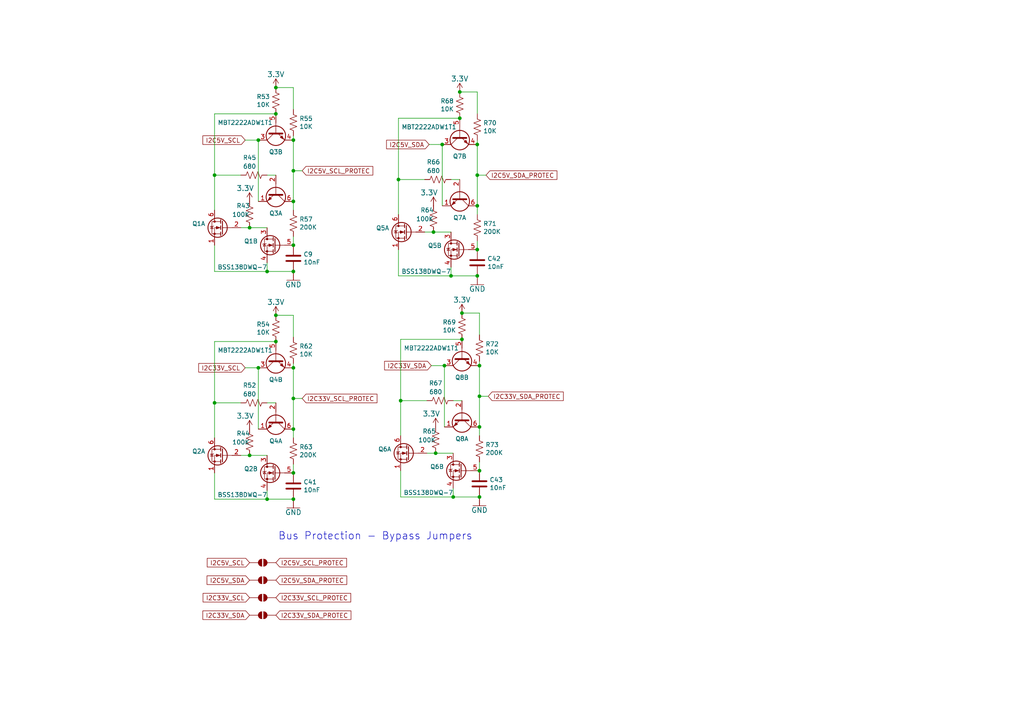
<source format=kicad_sch>
(kicad_sch (version 20231120) (generator "eeschema") (generator_version "8.0")
  (paper "A4")
  (lib_symbols
    (symbol "Device:C" (pin_numbers hide) (pin_names (offset 0.254))
      (property "Reference" "C" (at 0.635 2.54 0))
      (property "Value" "C" (at 0.635 -2.54 0))
      (symbol "C_0_1"
        (polyline (pts (xy -2.032 -0.762) (xy 2.032 -0.762)) (stroke (width 0.508)))
        (polyline (pts (xy -2.032 0.762) (xy 2.032 0.762)) (stroke (width 0.508)))
      )
      (symbol "C_1_1"
        (pin passive line (at 0 3.81 270) (length 2.794) (name "~") (number "1"))
        (pin passive line (at 0 -3.81 90) (length 2.794) (name "~") (number "2"))
      )
    )
    (symbol "Device:R_US" (pin_numbers hide) (pin_names (offset 0))
      (property "Reference" "R" (at 2.54 0 90))
      (property "Value" "R_US" (at -2.54 0 90))
      (symbol "R_US_0_1"
        (polyline (pts (xy 0 -2.286) (xy 0 -2.54)))
        (polyline (pts (xy 0 2.286) (xy 0 2.54)))
        (polyline (pts (xy 0 -0.762) (xy 1.016 -1.143) (xy 0 -1.524) (xy -1.016 -1.905) (xy 0 -2.286)))
        (polyline (pts (xy 0 0.762) (xy 1.016 0.381) (xy 0 0) (xy -1.016 -0.381) (xy 0 -0.762)))
        (polyline (pts (xy 0 2.286) (xy 1.016 1.905) (xy 0 1.524) (xy -1.016 1.143) (xy 0 0.762)))
      )
      (symbol "R_US_1_1"
        (pin passive line (at 0 3.81 270) (length 1.27) (name "~") (number "1"))
        (pin passive line (at 0 -3.81 90) (length 1.27) (name "~") (number "2"))
      )
    )
    (symbol "Jumper:SolderJumper_2_Open" (pin_numbers hide) (pin_names (offset 0) hide) (exclude_from_sim yes) (in_bom no)
      (property "Reference" "JP" (at 0 2.032 0))
      (property "Value" "SolderJumper_2_Open" (at 0 -2.54 0))
      (symbol "SolderJumper_2_Open_0_1"
        (arc (start -0.254 1.016) (mid -1.2656 0) (end -0.254 -1.016))
        (arc (start -0.254 1.016) (mid -1.2656 0) (end -0.254 -1.016) (fill (type outline)))
        (polyline (pts (xy -0.254 1.016) (xy -0.254 -1.016)))
        (polyline (pts (xy 0.254 1.016) (xy 0.254 -1.016)))
        (arc (start 0.254 -1.016) (mid 1.2656 0) (end 0.254 1.016))
        (arc (start 0.254 -1.016) (mid 1.2656 0) (end 0.254 1.016) (fill (type outline)))
      )
      (symbol "SolderJumper_2_Open_1_1"
        (pin passive line (at -3.81 0 0) (length 2.54) (name "A") (number "1"))
        (pin passive line (at 3.81 0 180) (length 2.54) (name "B") (number "2"))
      )
    )
    (symbol "Transistor_BJT:MBT2222ADW1T1" (pin_names (offset 0) hide)
      (property "Reference" "Q" (at 5.08 1.27 0))
      (property "Value" "MBT2222ADW1T1" (at 5.08 -1.27 0))
      (symbol "MBT2222ADW1T1_0_1"
        (polyline (pts (xy 0.635 0) (xy -2.54 0)))
        (polyline (pts (xy 0.635 0.635) (xy 2.54 2.54)))
        (polyline (pts (xy 0.635 -0.635) (xy 2.54 -2.54) (xy 2.54 -2.54)))
        (polyline (pts (xy 0.635 1.905) (xy 0.635 -1.905) (xy 0.635 -1.905)) (stroke (width 0.508)))
        (polyline (pts (xy 1.27 -1.778) (xy 1.778 -1.27) (xy 2.286 -2.286) (xy 1.27 -1.778) (xy 1.27 -1.778)) (fill (type outline)))
        (circle (center 1.27 0) (radius 2.8194) (stroke (width 0.254)))
      )
      (symbol "MBT2222ADW1T1_1_1"
        (pin passive line (at 2.54 -5.08 90) (length 2.54) (name "E1") (number "1"))
        (pin input line (at -5.08 0 0) (length 2.54) (name "B1") (number "2"))
        (pin passive line (at 2.54 5.08 270) (length 2.54) (name "C1") (number "6"))
      )
      (symbol "MBT2222ADW1T1_2_1"
        (pin passive line (at 2.54 5.08 270) (length 2.54) (name "C2") (number "3"))
        (pin passive line (at 2.54 -5.08 90) (length 2.54) (name "E2") (number "4"))
        (pin input line (at -5.08 0 0) (length 2.54) (name "B2") (number "5"))
      )
    )
    (symbol "mainboard:3.3V" (power) (pin_names (offset 1.016))
      (property "Value" "3.3V" (at -1.016 3.556 0))
      (symbol "3.3V_1_0"
        (polyline (pts (xy 0 2.54) (xy -0.762 1.27)))
        (polyline (pts (xy 0.762 1.27) (xy 0 2.54)))
        (pin power_in line (at 0 0 90) (length 2.54) (name "3.3V") (number "1"))
      )
    )
    (symbol "mainboard:BSS138DWQ-7" (pin_names (offset 0.762) hide)
      (property "Reference" "Q" (at -2.54 5.08 0))
      (property "Value" "BSS138DWQ-7" (at 3.81 6.35 0))
      (symbol "BSS138DWQ-7_1_1"
        (polyline (pts (xy -1.016 0) (xy -3.81 0)))
        (polyline (pts (xy -1.016 1.905) (xy -1.016 -1.905)) (stroke (width 0.254)))
        (polyline (pts (xy -0.508 -1.27) (xy -0.508 -2.286)) (stroke (width 0.254)))
        (polyline (pts (xy -0.508 0.508) (xy -0.508 -0.508)) (stroke (width 0.254)))
        (polyline (pts (xy -0.508 2.286) (xy -0.508 1.27)) (stroke (width 0.254)))
        (polyline (pts (xy 1.27 2.54) (xy 1.27 1.778)))
        (polyline (pts (xy 1.27 -2.54) (xy 1.27 0) (xy -0.508 0)))
        (polyline (pts (xy -0.508 -1.778) (xy 2.032 -1.778) (xy 2.032 1.778) (xy -0.508 1.778)))
        (polyline (pts (xy -0.254 0) (xy 0.762 0.381) (xy 0.762 -0.381) (xy -0.254 0)) (fill (type outline)))
        (polyline (pts (xy 1.524 0.508) (xy 1.651 0.381) (xy 2.413 0.381) (xy 2.54 0.254)))
        (polyline (pts (xy 2.032 0.381) (xy 1.651 -0.254) (xy 2.413 -0.254) (xy 2.032 0.381)))
        (circle (center 0.381 0) (radius 2.794) (stroke (width 0.254)))
        (circle (center 1.27 -1.778) (radius 0.254) (fill (type outline)))
        (circle (center 1.27 1.778) (radius 0.254) (fill (type outline)))
        (pin passive line (at 1.27 -5.08 90) (length 2.54) (name "S2") (number "1"))
        (pin input line (at -6.35 0 0) (length 2.54) (name "G2") (number "2"))
        (pin passive line (at 1.27 5.08 270) (length 2.54) (name "D1") (number "6"))
      )
      (symbol "BSS138DWQ-7_2_1"
        (polyline (pts (xy -1.016 0) (xy -3.81 0)))
        (polyline (pts (xy -1.016 1.905) (xy -1.016 -1.905)) (stroke (width 0.254)))
        (polyline (pts (xy -0.508 -1.27) (xy -0.508 -2.286)) (stroke (width 0.254)))
        (polyline (pts (xy -0.508 0.508) (xy -0.508 -0.508)) (stroke (width 0.254)))
        (polyline (pts (xy -0.508 2.286) (xy -0.508 1.27)) (stroke (width 0.254)))
        (polyline (pts (xy 1.27 2.54) (xy 1.27 1.778)))
        (polyline (pts (xy 1.27 -2.54) (xy 1.27 0) (xy -0.508 0)))
        (polyline (pts (xy -0.508 -1.778) (xy 2.032 -1.778) (xy 2.032 1.778) (xy -0.508 1.778)))
        (polyline (pts (xy -0.254 0) (xy 0.762 0.381) (xy 0.762 -0.381) (xy -0.254 0)) (fill (type outline)))
        (polyline (pts (xy 1.524 0.508) (xy 1.651 0.381) (xy 2.413 0.381) (xy 2.54 0.254)))
        (polyline (pts (xy 2.032 0.381) (xy 1.651 -0.254) (xy 2.413 -0.254) (xy 2.032 0.381)))
        (circle (center 0.381 0) (radius 2.794) (stroke (width 0.254)))
        (circle (center 1.27 -1.778) (radius 0.254) (fill (type outline)))
        (circle (center 1.27 1.778) (radius 0.254) (fill (type outline)))
        (pin passive line (at 1.27 5.08 270) (length 2.54) (name "D2") (number "3"))
        (pin passive line (at 1.27 -5.08 90) (length 2.54) (name "S1") (number "4"))
        (pin input line (at -6.35 0 0) (length 2.54) (name "G1") (number "5"))
      )
    )
    (symbol "mainboard:GND" (power) (pin_names (offset 1.016))
      (property "Value" "GND" (at -2.54 -2.54 0))
      (symbol "GND_1_0"
        (polyline (pts (xy -1.905 0) (xy 1.905 0)))
        (pin power_in line (at 0 2.54 270) (length 2.54) (name "GND") (number "1"))
      )
    )
  )
  (junction (at 133.35 26.67))
  (junction (at 138.43 72.39))
  (junction (at 85.09 71.12))
  (junction (at 133.985 98.425))
  (junction (at 115.57 52.07))
  (junction (at 85.09 137.16))
  (junction (at 80.01 91.44))
  (junction (at 128.27 41.91))
  (junction (at 85.09 49.53))
  (junction (at 133.985 90.805))
  (junction (at 72.39 66.04))
  (junction (at 62.23 50.8))
  (junction (at 74.93 106.68))
  (junction (at 125.73 67.31))
  (junction (at 85.09 40.64))
  (junction (at 77.47 78.74))
  (junction (at 74.93 40.64))
  (junction (at 139.065 123.825))
  (junction (at 85.09 106.68))
  (junction (at 85.09 144.78))
  (junction (at 139.065 106.045))
  (junction (at 72.39 132.08))
  (junction (at 139.065 114.935))
  (junction (at 85.09 58.42))
  (junction (at 80.01 25.4))
  (junction (at 126.365 131.445))
  (junction (at 131.445 144.145))
  (junction (at 85.09 124.46))
  (junction (at 80.01 99.06))
  (junction (at 77.47 144.78))
  (junction (at 128.905 106.045))
  (junction (at 85.09 78.74))
  (junction (at 138.43 80.01))
  (junction (at 80.01 33.02))
  (junction (at 138.43 41.91))
  (junction (at 139.065 144.145))
  (junction (at 138.43 59.69))
  (junction (at 138.43 50.8))
  (junction (at 139.065 136.525))
  (junction (at 62.23 116.84))
  (junction (at 130.81 80.01))
  (junction (at 133.35 34.29))
  (junction (at 85.09 115.57))
  (junction (at 116.205 116.205))
  (wire (pts (xy 115.57 80.01) (xy 130.81 80.01)))
  (wire (pts (xy 62.23 33.02) (xy 80.01 33.02)))
  (wire (pts (xy 116.205 116.205) (xy 116.205 98.425)))
  (wire (pts (xy 77.47 78.74) (xy 85.09 78.74)))
  (wire (pts (xy 125.095 106.045) (xy 128.905 106.045)))
  (wire (pts (xy 74.93 106.68) (xy 74.93 124.46)))
  (wire (pts (xy 140.97 50.8) (xy 138.43 50.8)))
  (wire (pts (xy 131.445 141.605) (xy 131.445 144.145)))
  (wire (pts (xy 85.09 60.96) (xy 85.09 58.42)))
  (wire (pts (xy 133.985 116.205) (xy 131.445 116.205)))
  (wire (pts (xy 85.09 115.57) (xy 85.09 106.68)))
  (wire (pts (xy 138.43 59.69) (xy 138.43 50.8)))
  (wire (pts (xy 77.47 142.24) (xy 77.47 144.78)))
  (wire (pts (xy 62.23 60.96) (xy 62.23 50.8)))
  (wire (pts (xy 116.205 98.425) (xy 133.985 98.425)))
  (wire (pts (xy 116.205 136.525) (xy 116.205 144.145)))
  (wire (pts (xy 62.23 137.16) (xy 62.23 144.78)))
  (wire (pts (xy 138.43 62.23) (xy 138.43 59.69)))
  (wire (pts (xy 85.09 97.79) (xy 85.09 91.44)))
  (wire (pts (xy 124.46 41.91) (xy 128.27 41.91)))
  (wire (pts (xy 87.63 49.53) (xy 85.09 49.53)))
  (wire (pts (xy 139.065 97.155) (xy 139.065 90.805)))
  (wire (pts (xy 80.01 116.84) (xy 77.47 116.84)))
  (wire (pts (xy 62.23 127) (xy 62.23 116.84)))
  (wire (pts (xy 85.09 68.58) (xy 85.09 71.12)))
  (wire (pts (xy 77.47 76.2) (xy 77.47 78.74)))
  (wire (pts (xy 85.09 105.41) (xy 85.09 106.68)))
  (wire (pts (xy 128.905 106.045) (xy 128.905 123.825)))
  (wire (pts (xy 77.47 66.04) (xy 72.39 66.04)))
  (wire (pts (xy 77.47 144.78) (xy 85.09 144.78)))
  (wire (pts (xy 85.09 31.75) (xy 85.09 25.4)))
  (wire (pts (xy 62.23 50.8) (xy 69.85 50.8)))
  (wire (pts (xy 130.81 80.01) (xy 138.43 80.01)))
  (wire (pts (xy 138.43 69.85) (xy 138.43 72.39)))
  (wire (pts (xy 139.065 90.805) (xy 133.985 90.805)))
  (wire (pts (xy 74.93 40.64) (xy 74.93 58.42)))
  (wire (pts (xy 85.09 91.44) (xy 80.01 91.44)))
  (wire (pts (xy 133.35 52.07) (xy 130.81 52.07)))
  (wire (pts (xy 85.09 58.42) (xy 85.09 49.53)))
  (wire (pts (xy 115.57 72.39) (xy 115.57 80.01)))
  (wire (pts (xy 138.43 26.67) (xy 133.35 26.67)))
  (wire (pts (xy 131.445 131.445) (xy 126.365 131.445)))
  (wire (pts (xy 139.065 104.775) (xy 139.065 106.045)))
  (wire (pts (xy 128.27 41.91) (xy 128.27 59.69)))
  (wire (pts (xy 139.065 123.825) (xy 139.065 114.935)))
  (wire (pts (xy 62.23 78.74) (xy 77.47 78.74)))
  (wire (pts (xy 85.09 25.4) (xy 80.01 25.4)))
  (wire (pts (xy 116.205 144.145) (xy 131.445 144.145)))
  (wire (pts (xy 138.43 50.8) (xy 138.43 41.91)))
  (wire (pts (xy 62.23 144.78) (xy 77.47 144.78)))
  (wire (pts (xy 71.12 40.64) (xy 74.93 40.64)))
  (wire (pts (xy 141.605 114.935) (xy 139.065 114.935)))
  (wire (pts (xy 131.445 144.145) (xy 139.065 144.145)))
  (wire (pts (xy 85.09 39.37) (xy 85.09 40.64)))
  (wire (pts (xy 87.63 115.57) (xy 85.09 115.57)))
  (wire (pts (xy 85.09 49.53) (xy 85.09 40.64)))
  (wire (pts (xy 72.39 132.08) (xy 69.85 132.08)))
  (wire (pts (xy 139.065 114.935) (xy 139.065 106.045)))
  (wire (pts (xy 80.01 50.8) (xy 77.47 50.8)))
  (wire (pts (xy 85.09 134.62) (xy 85.09 137.16)))
  (wire (pts (xy 85.09 124.46) (xy 85.09 115.57)))
  (wire (pts (xy 139.065 133.985) (xy 139.065 136.525)))
  (wire (pts (xy 115.57 52.07) (xy 115.57 34.29)))
  (wire (pts (xy 85.09 127) (xy 85.09 124.46)))
  (wire (pts (xy 130.81 67.31) (xy 125.73 67.31)))
  (wire (pts (xy 138.43 40.64) (xy 138.43 41.91)))
  (wire (pts (xy 116.205 116.205) (xy 123.825 116.205)))
  (wire (pts (xy 71.12 106.68) (xy 74.93 106.68)))
  (wire (pts (xy 77.47 132.08) (xy 72.39 132.08)))
  (wire (pts (xy 62.23 116.84) (xy 62.23 99.06)))
  (wire (pts (xy 115.57 34.29) (xy 133.35 34.29)))
  (wire (pts (xy 62.23 99.06) (xy 80.01 99.06)))
  (wire (pts (xy 62.23 116.84) (xy 69.85 116.84)))
  (wire (pts (xy 125.73 67.31) (xy 123.19 67.31)))
  (wire (pts (xy 138.43 33.02) (xy 138.43 26.67)))
  (wire (pts (xy 126.365 131.445) (xy 123.825 131.445)))
  (wire (pts (xy 62.23 50.8) (xy 62.23 33.02)))
  (wire (pts (xy 115.57 62.23) (xy 115.57 52.07)))
  (wire (pts (xy 62.23 71.12) (xy 62.23 78.74)))
  (wire (pts (xy 72.39 66.04) (xy 69.85 66.04)))
  (wire (pts (xy 115.57 52.07) (xy 123.19 52.07)))
  (wire (pts (xy 139.065 126.365) (xy 139.065 123.825)))
  (wire (pts (xy 130.81 77.47) (xy 130.81 80.01)))
  (wire (pts (xy 116.205 126.365) (xy 116.205 116.205)))
  (text "Bus Protection - Bypass Jumpers" (at 80.645 156.845 0) (effects (font (size 2.159 2.159)) (justify left bottom)))
  (global_label "I2C5V_SCL_PROTEC" (shape input) (at 80.01 163.195 0) (property "Intersheetrefs" "${INTERSHEET_REFS}" (effects (hide yes))))
  (global_label "I2C5V_SCL" (shape input) (at 71.12 40.64 180) (property "Intersheetrefs" "${INTERSHEET_REFS}" (effects (hide yes))))
  (global_label "I2C5V_SCL" (shape input) (at 72.39 163.195 180) (property "Intersheetrefs" "${INTERSHEET_REFS}" (effects (hide yes))))
  (global_label "I2C5V_SDA" (shape input) (at 124.46 41.91 180) (property "Intersheetrefs" "${INTERSHEET_REFS}" (effects (hide yes))))
  (global_label "I2C5V_SCL_PROTEC" (shape input) (at 87.63 49.53 0) (property "Intersheetrefs" "${INTERSHEET_REFS}" (effects (hide yes))))
  (global_label "I2C5V_SDA_PROTEC" (shape input) (at 80.01 168.275 0) (property "Intersheetrefs" "${INTERSHEET_REFS}" (effects (hide yes))))
  (global_label "I2C5V_SDA_PROTEC" (shape input) (at 140.97 50.8 0) (property "Intersheetrefs" "${INTERSHEET_REFS}" (effects (hide yes))))
  (global_label "I2C33V_SCL" (shape input) (at 72.39 173.355 180) (property "Intersheetrefs" "${INTERSHEET_REFS}" (effects (hide yes))))
  (global_label "I2C33V_SCL_PROTEC" (shape input) (at 87.63 115.57 0) (property "Intersheetrefs" "${INTERSHEET_REFS}" (effects (hide yes))))
  (global_label "I2C33V_SDA" (shape input) (at 72.39 178.435 180) (property "Intersheetrefs" "${INTERSHEET_REFS}" (effects (hide yes))))
  (global_label "I2C33V_SDA" (shape input) (at 125.095 106.045 180) (property "Intersheetrefs" "${INTERSHEET_REFS}" (effects (hide yes))))
  (global_label "I2C5V_SDA" (shape input) (at 72.39 168.275 180) (property "Intersheetrefs" "${INTERSHEET_REFS}" (effects (hide yes))))
  (global_label "I2C33V_SCL" (shape input) (at 71.12 106.68 180) (property "Intersheetrefs" "${INTERSHEET_REFS}" (effects (hide yes))))
  (global_label "I2C33V_SDA_PROTEC" (shape input) (at 80.01 178.435 0) (property "Intersheetrefs" "${INTERSHEET_REFS}" (effects (hide yes))))
  (global_label "I2C33V_SDA_PROTEC" (shape input) (at 141.605 114.935 0) (property "Intersheetrefs" "${INTERSHEET_REFS}" (effects (hide yes))))
  (global_label "I2C33V_SCL_PROTEC" (shape input) (at 80.01 173.355 0) (property "Intersheetrefs" "${INTERSHEET_REFS}" (effects (hide yes))))
  (symbol (lib_id "Device:R_US") (at 72.39 62.23 0) (unit 1)
    (property "Reference" "R43" (at 68.58 59.69 0) (effects (justify left)))
    (property "Value" "100K" (at 67.31 62.23 0) (effects (justify left)))
    (property "Footprint" "Resistor_SMD:R_0603_1608Metric" (effects (hide yes)))
    (property "Description" "100K 0603" (effects (hide yes)))
  )
  (symbol (lib_id "mainboard:GND") (at 85.09 81.28 0) (unit 1)
    (property "Reference" "#GND01" (effects (hide yes)))
    (property "Value" "GND" (at 85.09 82.55 0) (effects (font (size 1.4986 1.4986))))
  )
  (symbol (lib_id "mainboard:BSS138DWQ-7") (at 78.74 137.16 0) (mirror y) (unit 2)
    (property "Reference" "Q2" (at 74.803 135.9916 0) (effects (justify left)))
    (property "Value" "BSS138DWQ-7" (effects (hide yes)))
    (property "Footprint" "mainboard:BSS138DWQ-7" (effects (hide yes)))
    (property "Datasheet" "https://www.diodes.com/assets/Datasheets/BSS138DWQ.pdf" (effects (hide yes)))
    (property "Description" "Dual N-Channel MOSFET - 2NMOS" (effects (hide yes)))
    (property "Flight" "BSS138DWQ-7" (effects (hide yes)))
    (property "Manufacturer_Name" "Diodes Incorporated" (effects (hide yes)))
    (property "Manufacturer_Part_Number" "BSS138DWQ-7" (effects (hide yes)))
    (property "Proto" "BSS138DWQ-7" (effects (hide yes)))
  )
  (symbol (lib_id "Transistor_BJT:MBT2222ADW1T1") (at 133.35 57.15 270) (unit 1)
    (property "Reference" "Q7" (at 133.35 63.1444 90))
    (property "Value" "MBT2222ADW1T1" (effects (hide yes)))
    (property "Footprint" "Package_TO_SOT_SMD:SOT-363_SC-70-6" (effects (hide yes)))
    (property "Datasheet" "http://www.onsemi.com/pub_link/Collateral/MBT2222ADW1T1-D.PDF" (effects (hide yes)))
    (property "Description" "Dual NPN BJT - 2NPN" (effects (hide yes)))
    (property "Flight" "MBT2222ADW1T1G" (effects (hide yes)))
    (property "Manufacturer_Name" "ON Semiconductor" (effects (hide yes)))
    (property "Manufacturer_Part_Number" "MBT2222ADW1T1G" (effects (hide yes)))
    (property "Proto" "MBT2222ADW1T1G" (effects (hide yes)))
  )
  (symbol (lib_id "Device:R_US") (at 139.065 130.175 0) (unit 1)
    (property "Reference" "R73" (at 140.7922 129.0066 0) (effects (justify left)))
    (property "Value" "200K" (at 140.7922 131.318 0) (effects (justify left)))
    (property "Footprint" "Resistor_SMD:R_0603_1608Metric" (effects (hide yes)))
    (property "Description" "200K 0603" (effects (hide yes)))
  )
  (symbol (lib_id "Transistor_BJT:MBT2222ADW1T1") (at 133.985 103.505 90) (mirror x) (unit 2)
    (property "Reference" "Q8" (at 133.985 109.474 90))
    (property "Value" "MBT2222ADW1T1" (at 125.095 100.965 90))
    (property "Footprint" "Package_TO_SOT_SMD:SOT-363_SC-70-6" (effects (hide yes)))
    (property "Datasheet" "http://www.onsemi.com/pub_link/Collateral/MBT2222ADW1T1-D.PDF" (effects (hide yes)))
    (property "Description" "Dual NPN BJT - 2NPN" (effects (hide yes)))
    (property "Flight" "MBT2222ADW1T1G" (effects (hide yes)))
    (property "Manufacturer_Name" "ON Semiconductor" (effects (hide yes)))
    (property "Manufacturer_Part_Number" "MBT2222ADW1T1G" (effects (hide yes)))
    (property "Proto" "MBT2222ADW1T1G" (effects (hide yes)))
  )
  (symbol (lib_id "Jumper:SolderJumper_2_Open") (at 76.2 168.275 0) (unit 1) (exclude_from_sim yes) (in_bom no)
    (property "Reference" "JP2" (effects (hide yes)))
    (property "Value" "SolderJumper_2_Open" (effects (hide yes)))
    (property "Footprint" "Jumper:SolderJumper-2_P1.3mm_Open_RoundedPad1.0x1.5mm" (effects (hide yes)))
    (property "Description" "Solder Jumper, 2-pole, open" (effects (hide yes)))
  )
  (symbol (lib_id "mainboard:BSS138DWQ-7") (at 63.5 132.08 0) (mirror y) (unit 1)
    (property "Reference" "Q2" (at 59.563 130.9116 0) (effects (justify left)))
    (property "Value" "BSS138DWQ-7" (at 77.47 143.51 0) (effects (justify left)))
    (property "Footprint" "mainboard:BSS138DWQ-7" (effects (hide yes)))
    (property "Datasheet" "https://www.diodes.com/assets/Datasheets/BSS138DWQ.pdf" (effects (hide yes)))
    (property "Description" "Dual N-Channel MOSFET - 2NMOS" (effects (hide yes)))
    (property "Flight" "BSS138DWQ-7" (effects (hide yes)))
    (property "Manufacturer_Name" "Diodes Incorporated" (effects (hide yes)))
    (property "Manufacturer_Part_Number" "BSS138DWQ-7" (effects (hide yes)))
    (property "Proto" "BSS138DWQ-7" (effects (hide yes)))
  )
  (symbol (lib_id "mainboard:GND") (at 85.09 147.32 0) (unit 1)
    (property "Reference" "#GND03" (effects (hide yes)))
    (property "Value" "GND" (at 85.09 148.59 0) (effects (font (size 1.4986 1.4986))))
  )
  (symbol (lib_id "Transistor_BJT:MBT2222ADW1T1") (at 80.01 121.92 270) (unit 1)
    (property "Reference" "Q4" (at 80.01 127.9144 90))
    (property "Value" "MBT2222ADW1T1" (effects (hide yes)))
    (property "Footprint" "Package_TO_SOT_SMD:SOT-363_SC-70-6" (effects (hide yes)))
    (property "Datasheet" "http://www.onsemi.com/pub_link/Collateral/MBT2222ADW1T1-D.PDF" (effects (hide yes)))
    (property "Description" "Dual NPN BJT - 2NPN" (effects (hide yes)))
    (property "Flight" "MBT2222ADW1T1G" (effects (hide yes)))
    (property "Manufacturer_Name" "ON Semiconductor" (effects (hide yes)))
    (property "Manufacturer_Part_Number" "MBT2222ADW1T1G" (effects (hide yes)))
    (property "Proto" "MBT2222ADW1T1G" (effects (hide yes)))
  )
  (symbol (lib_id "mainboard:3.3V") (at 80.01 25.4 0) (unit 1)
    (property "Reference" "#P+03" (effects (hide yes)))
    (property "Value" "3.3V" (at 80.01 21.59 0) (effects (font (size 1.4986 1.4986))))
  )
  (symbol (lib_id "mainboard:3.3V") (at 126.365 123.825 0) (unit 1)
    (property "Reference" "#P+06" (effects (hide yes)))
    (property "Value" "3.3V" (at 125.095 120.015 0) (effects (font (size 1.4986 1.4986))))
  )
  (symbol (lib_id "mainboard:3.3V") (at 80.01 91.44 0) (unit 1)
    (property "Reference" "#P+04" (effects (hide yes)))
    (property "Value" "3.3V" (at 80.01 87.63 0) (effects (font (size 1.4986 1.4986))))
  )
  (symbol (lib_id "mainboard:3.3V") (at 133.35 26.67 0) (unit 1)
    (property "Reference" "#P+07" (effects (hide yes)))
    (property "Value" "3.3V" (at 133.35 22.86 0) (effects (font (size 1.4986 1.4986))))
  )
  (symbol (lib_id "Device:R_US") (at 133.35 30.48 0) (unit 1)
    (property "Reference" "R68" (at 131.6482 29.3116 0) (effects (justify right)))
    (property "Value" "10K" (at 131.6482 31.623 0) (effects (justify right)))
    (property "Footprint" "Resistor_SMD:R_0603_1608Metric" (effects (hide yes)))
    (property "Description" "10K 0603" (effects (hide yes)))
  )
  (symbol (lib_id "Device:R_US") (at 127 52.07 270) (unit 1)
    (property "Reference" "R66" (at 125.73 46.99 90))
    (property "Value" "680" (at 125.73 49.53 90))
    (property "Footprint" "Resistor_SMD:R_0603_1608Metric" (effects (hide yes)))
    (property "Description" "680 0603" (effects (hide yes)))
  )
  (symbol (lib_id "Device:R_US") (at 85.09 130.81 0) (unit 1)
    (property "Reference" "R63" (at 86.8172 129.6416 0) (effects (justify left)))
    (property "Value" "200K" (at 86.8172 131.953 0) (effects (justify left)))
    (property "Footprint" "Resistor_SMD:R_0603_1608Metric" (effects (hide yes)))
    (property "Description" "200K 0603" (effects (hide yes)))
  )
  (symbol (lib_id "Device:R_US") (at 85.09 64.77 0) (unit 1)
    (property "Reference" "R57" (at 86.8172 63.6016 0) (effects (justify left)))
    (property "Value" "200K" (at 86.8172 65.913 0) (effects (justify left)))
    (property "Footprint" "Resistor_SMD:R_0603_1608Metric" (effects (hide yes)))
    (property "Description" "200K 0603" (effects (hide yes)))
  )
  (symbol (lib_id "mainboard:3.3V") (at 72.39 124.46 0) (unit 1)
    (property "Reference" "#P+02" (effects (hide yes)))
    (property "Value" "3.3V" (at 71.12 120.65 0) (effects (font (size 1.4986 1.4986))))
  )
  (symbol (lib_id "Transistor_BJT:MBT2222ADW1T1") (at 80.01 104.14 90) (mirror x) (unit 2)
    (property "Reference" "Q4" (at 80.01 110.109 90))
    (property "Value" "MBT2222ADW1T1" (at 71.12 101.6 90))
    (property "Footprint" "Package_TO_SOT_SMD:SOT-363_SC-70-6" (effects (hide yes)))
    (property "Datasheet" "http://www.onsemi.com/pub_link/Collateral/MBT2222ADW1T1-D.PDF" (effects (hide yes)))
    (property "Description" "Dual NPN BJT - 2NPN" (effects (hide yes)))
    (property "Flight" "MBT2222ADW1T1G" (effects (hide yes)))
    (property "Manufacturer_Name" "ON Semiconductor" (effects (hide yes)))
    (property "Manufacturer_Part_Number" "MBT2222ADW1T1G" (effects (hide yes)))
    (property "Proto" "MBT2222ADW1T1G" (effects (hide yes)))
  )
  (symbol (lib_id "Transistor_BJT:MBT2222ADW1T1") (at 80.01 38.1 90) (mirror x) (unit 2)
    (property "Reference" "Q3" (at 80.01 44.069 90))
    (property "Value" "MBT2222ADW1T1" (at 71.12 35.56 90))
    (property "Footprint" "Package_TO_SOT_SMD:SOT-363_SC-70-6" (effects (hide yes)))
    (property "Datasheet" "http://www.onsemi.com/pub_link/Collateral/MBT2222ADW1T1-D.PDF" (effects (hide yes)))
    (property "Description" "Dual NPN BJT - 2NPN" (effects (hide yes)))
    (property "Flight" "MBT2222ADW1T1G" (effects (hide yes)))
    (property "Manufacturer_Name" "ON Semiconductor" (effects (hide yes)))
    (property "Manufacturer_Part_Number" "MBT2222ADW1T1G" (effects (hide yes)))
    (property "Proto" "MBT2222ADW1T1G" (effects (hide yes)))
  )
  (symbol (lib_id "mainboard:3.3V") (at 133.985 90.805 0) (unit 1)
    (property "Reference" "#P+08" (effects (hide yes)))
    (property "Value" "3.3V" (at 133.985 86.995 0) (effects (font (size 1.4986 1.4986))))
  )
  (symbol (lib_id "Jumper:SolderJumper_2_Open") (at 76.2 163.195 0) (unit 1) (exclude_from_sim yes) (in_bom no)
    (property "Reference" "JP1" (effects (hide yes)))
    (property "Value" "SolderJumper_2_Open" (effects (hide yes)))
    (property "Footprint" "Jumper:SolderJumper-2_P1.3mm_Open_RoundedPad1.0x1.5mm" (effects (hide yes)))
    (property "Description" "Solder Jumper, 2-pole, open" (effects (hide yes)))
  )
  (symbol (lib_id "Device:R_US") (at 80.01 95.25 0) (unit 1)
    (property "Reference" "R54" (at 78.3082 94.0816 0) (effects (justify right)))
    (property "Value" "10K" (at 78.3082 96.393 0) (effects (justify right)))
    (property "Footprint" "Resistor_SMD:R_0603_1608Metric" (effects (hide yes)))
    (property "Description" "10K 0603" (effects (hide yes)))
  )
  (symbol (lib_id "Device:C") (at 139.065 140.335 0) (unit 1)
    (property "Reference" "C43" (at 141.986 139.1666 0) (effects (justify left)))
    (property "Value" "10nF" (at 141.986 141.478 0) (effects (justify left)))
    (property "Footprint" "Capacitor_SMD:C_0603_1608Metric" (effects (hide yes)))
    (property "Description" "10nF +-10% 50V X7R" (effects (hide yes)))
  )
  (symbol (lib_id "Device:R_US") (at 138.43 66.04 0) (unit 1)
    (property "Reference" "R71" (at 140.1572 64.8716 0) (effects (justify left)))
    (property "Value" "200K" (at 140.1572 67.183 0) (effects (justify left)))
    (property "Footprint" "Resistor_SMD:R_0603_1608Metric" (effects (hide yes)))
    (property "Description" "200K 0603" (effects (hide yes)))
  )
  (symbol (lib_id "Transistor_BJT:MBT2222ADW1T1") (at 133.985 121.285 270) (unit 1)
    (property "Reference" "Q8" (at 133.985 127.2794 90))
    (property "Value" "MBT2222ADW1T1" (effects (hide yes)))
    (property "Footprint" "Package_TO_SOT_SMD:SOT-363_SC-70-6" (effects (hide yes)))
    (property "Datasheet" "http://www.onsemi.com/pub_link/Collateral/MBT2222ADW1T1-D.PDF" (effects (hide yes)))
    (property "Description" "Dual NPN BJT - 2NPN" (effects (hide yes)))
    (property "Flight" "MBT2222ADW1T1G" (effects (hide yes)))
    (property "Manufacturer_Name" "ON Semiconductor" (effects (hide yes)))
    (property "Manufacturer_Part_Number" "MBT2222ADW1T1G" (effects (hide yes)))
    (property "Proto" "MBT2222ADW1T1G" (effects (hide yes)))
  )
  (symbol (lib_id "Device:R_US") (at 139.065 100.965 0) (unit 1)
    (property "Reference" "R72" (at 140.7922 99.7966 0) (effects (justify left)))
    (property "Value" "10K" (at 140.7922 102.108 0) (effects (justify left)))
    (property "Footprint" "Resistor_SMD:R_0603_1608Metric" (effects (hide yes)))
    (property "Description" "10K 0603" (effects (hide yes)))
  )
  (symbol (lib_id "Jumper:SolderJumper_2_Open") (at 76.2 173.355 0) (unit 1) (exclude_from_sim yes) (in_bom no)
    (property "Reference" "JP3" (effects (hide yes)))
    (property "Value" "SolderJumper_2_Open" (effects (hide yes)))
    (property "Footprint" "Jumper:SolderJumper-2_P1.3mm_Open_RoundedPad1.0x1.5mm" (effects (hide yes)))
    (property "Description" "Solder Jumper, 2-pole, open" (effects (hide yes)))
  )
  (symbol (lib_id "Device:C") (at 85.09 140.97 0) (unit 1)
    (property "Reference" "C41" (at 88.011 139.8016 0) (effects (justify left)))
    (property "Value" "10nF" (at 88.011 142.113 0) (effects (justify left)))
    (property "Footprint" "Capacitor_SMD:C_0603_1608Metric" (effects (hide yes)))
    (property "Description" "10nF +-10% 50V X7R" (effects (hide yes)))
  )
  (symbol (lib_id "mainboard:GND") (at 138.43 82.55 0) (unit 1)
    (property "Reference" "#GND04" (effects (hide yes)))
    (property "Value" "GND" (at 138.43 83.82 0) (effects (font (size 1.4986 1.4986))))
  )
  (symbol (lib_id "Device:R_US") (at 85.09 35.56 0) (unit 1)
    (property "Reference" "R55" (at 86.8172 34.3916 0) (effects (justify left)))
    (property "Value" "10K" (at 86.8172 36.703 0) (effects (justify left)))
    (property "Footprint" "Resistor_SMD:R_0603_1608Metric" (effects (hide yes)))
    (property "Description" "10K 0603" (effects (hide yes)))
  )
  (symbol (lib_id "Device:R_US") (at 85.09 101.6 0) (unit 1)
    (property "Reference" "R62" (at 86.8172 100.4316 0) (effects (justify left)))
    (property "Value" "10K" (at 86.8172 102.743 0) (effects (justify left)))
    (property "Footprint" "Resistor_SMD:R_0603_1608Metric" (effects (hide yes)))
    (property "Description" "10K 0603" (effects (hide yes)))
  )
  (symbol (lib_id "Device:R_US") (at 80.01 29.21 0) (unit 1)
    (property "Reference" "R53" (at 78.3082 28.0416 0) (effects (justify right)))
    (property "Value" "10K" (at 78.3082 30.353 0) (effects (justify right)))
    (property "Footprint" "Resistor_SMD:R_0603_1608Metric" (effects (hide yes)))
    (property "Description" "10K 0603" (effects (hide yes)))
  )
  (symbol (lib_id "Device:R_US") (at 125.73 63.5 0) (unit 1)
    (property "Reference" "R64" (at 121.92 60.96 0) (effects (justify left)))
    (property "Value" "100K" (at 120.65 63.5 0) (effects (justify left)))
    (property "Footprint" "Resistor_SMD:R_0603_1608Metric" (effects (hide yes)))
    (property "Description" "100K 0603" (effects (hide yes)))
  )
  (symbol (lib_id "Device:R_US") (at 73.66 116.84 270) (unit 1)
    (property "Reference" "R52" (at 72.39 111.76 90))
    (property "Value" "680" (at 72.39 114.3 90))
    (property "Footprint" "Resistor_SMD:R_0603_1608Metric" (effects (hide yes)))
    (property "Description" "680 0603" (effects (hide yes)))
  )
  (symbol (lib_id "Transistor_BJT:MBT2222ADW1T1") (at 80.01 55.88 270) (unit 1)
    (property "Reference" "Q3" (at 80.01 61.8744 90))
    (property "Value" "MBT2222ADW1T1" (effects (hide yes)))
    (property "Footprint" "Package_TO_SOT_SMD:SOT-363_SC-70-6" (effects (hide yes)))
    (property "Datasheet" "http://www.onsemi.com/pub_link/Collateral/MBT2222ADW1T1-D.PDF" (effects (hide yes)))
    (property "Description" "Dual NPN BJT - 2NPN" (effects (hide yes)))
    (property "Flight" "MBT2222ADW1T1G" (effects (hide yes)))
    (property "Manufacturer_Name" "ON Semiconductor" (effects (hide yes)))
    (property "Manufacturer_Part_Number" "MBT2222ADW1T1G" (effects (hide yes)))
    (property "Proto" "MBT2222ADW1T1G" (effects (hide yes)))
  )
  (symbol (lib_id "Device:C") (at 138.43 76.2 0) (unit 1)
    (property "Reference" "C42" (at 141.351 75.0316 0) (effects (justify left)))
    (property "Value" "10nF" (at 141.351 77.343 0) (effects (justify left)))
    (property "Footprint" "Capacitor_SMD:C_0603_1608Metric" (effects (hide yes)))
    (property "Description" "10nF +-10% 50V X7R" (effects (hide yes)))
  )
  (symbol (lib_id "Transistor_BJT:MBT2222ADW1T1") (at 133.35 39.37 90) (mirror x) (unit 2)
    (property "Reference" "Q7" (at 133.35 45.339 90))
    (property "Value" "MBT2222ADW1T1" (at 124.46 36.83 90))
    (property "Footprint" "Package_TO_SOT_SMD:SOT-363_SC-70-6" (effects (hide yes)))
    (property "Datasheet" "http://www.onsemi.com/pub_link/Collateral/MBT2222ADW1T1-D.PDF" (effects (hide yes)))
    (property "Description" "Dual NPN BJT - 2NPN" (effects (hide yes)))
    (property "Flight" "MBT2222ADW1T1G" (effects (hide yes)))
    (property "Manufacturer_Name" "ON Semiconductor" (effects (hide yes)))
    (property "Manufacturer_Part_Number" "MBT2222ADW1T1G" (effects (hide yes)))
    (property "Proto" "MBT2222ADW1T1G" (effects (hide yes)))
  )
  (symbol (lib_id "mainboard:GND") (at 139.065 146.685 0) (unit 1)
    (property "Reference" "#GND05" (effects (hide yes)))
    (property "Value" "GND" (at 139.065 147.955 0) (effects (font (size 1.4986 1.4986))))
  )
  (symbol (lib_id "Device:R_US") (at 72.39 128.27 0) (unit 1)
    (property "Reference" "R44" (at 68.58 125.73 0) (effects (justify left)))
    (property "Value" "100K" (at 67.31 128.27 0) (effects (justify left)))
    (property "Footprint" "Resistor_SMD:R_0603_1608Metric" (effects (hide yes)))
    (property "Description" "100K 0603" (effects (hide yes)))
  )
  (symbol (lib_id "mainboard:BSS138DWQ-7") (at 117.475 131.445 0) (mirror y) (unit 1)
    (property "Reference" "Q6" (at 113.538 130.2766 0) (effects (justify left)))
    (property "Value" "BSS138DWQ-7" (at 131.445 142.875 0) (effects (justify left)))
    (property "Footprint" "mainboard:BSS138DWQ-7" (effects (hide yes)))
    (property "Datasheet" "https://www.diodes.com/assets/Datasheets/BSS138DWQ.pdf" (effects (hide yes)))
    (property "Description" "Dual N-Channel MOSFET - 2NMOS" (effects (hide yes)))
    (property "Flight" "BSS138DWQ-7" (effects (hide yes)))
    (property "Manufacturer_Name" "Diodes Incorporated" (effects (hide yes)))
    (property "Manufacturer_Part_Number" "BSS138DWQ-7" (effects (hide yes)))
    (property "Proto" "BSS138DWQ-7" (effects (hide yes)))
  )
  (symbol (lib_id "mainboard:BSS138DWQ-7") (at 63.5 66.04 0) (mirror y) (unit 1)
    (property "Reference" "Q1" (at 59.563 64.8716 0) (effects (justify left)))
    (property "Value" "BSS138DWQ-7" (at 77.47 77.47 0) (effects (justify left)))
    (property "Footprint" "mainboard:BSS138DWQ-7" (effects (hide yes)))
    (property "Datasheet" "https://www.diodes.com/assets/Datasheets/BSS138DWQ.pdf" (effects (hide yes)))
    (property "Description" "Dual N-Channel MOSFET - 2NMOS" (effects (hide yes)))
    (property "Flight" "BSS138DWQ-7" (effects (hide yes)))
    (property "Manufacturer_Name" "Diodes Incorporated" (effects (hide yes)))
    (property "Manufacturer_Part_Number" "BSS138DWQ-7" (effects (hide yes)))
    (property "Proto" "BSS138DWQ-7" (effects (hide yes)))
  )
  (symbol (lib_id "Device:R_US") (at 126.365 127.635 0) (unit 1)
    (property "Reference" "R65" (at 122.555 125.095 0) (effects (justify left)))
    (property "Value" "100K" (at 121.285 127.635 0) (effects (justify left)))
    (property "Footprint" "Resistor_SMD:R_0603_1608Metric" (effects (hide yes)))
    (property "Description" "100K 0603" (effects (hide yes)))
  )
  (symbol (lib_id "Jumper:SolderJumper_2_Open") (at 76.2 178.435 0) (unit 1) (exclude_from_sim yes) (in_bom no)
    (property "Reference" "JP4" (effects (hide yes)))
    (property "Value" "SolderJumper_2_Open" (effects (hide yes)))
    (property "Footprint" "Jumper:SolderJumper-2_P1.3mm_Open_RoundedPad1.0x1.5mm" (effects (hide yes)))
    (property "Description" "Solder Jumper, 2-pole, open" (effects (hide yes)))
  )
  (symbol (lib_id "mainboard:BSS138DWQ-7") (at 132.715 136.525 0) (mirror y) (unit 2)
    (property "Reference" "Q6" (at 128.778 135.3566 0) (effects (justify left)))
    (property "Value" "BSS138DWQ-7" (effects (hide yes)))
    (property "Footprint" "mainboard:BSS138DWQ-7" (effects (hide yes)))
    (property "Datasheet" "https://www.diodes.com/assets/Datasheets/BSS138DWQ.pdf" (effects (hide yes)))
    (property "Description" "Dual N-Channel MOSFET - 2NMOS" (effects (hide yes)))
    (property "Flight" "BSS138DWQ-7" (effects (hide yes)))
    (property "Manufacturer_Name" "Diodes Incorporated" (effects (hide yes)))
    (property "Manufacturer_Part_Number" "BSS138DWQ-7" (effects (hide yes)))
    (property "Proto" "BSS138DWQ-7" (effects (hide yes)))
  )
  (symbol (lib_id "mainboard:BSS138DWQ-7") (at 116.84 67.31 0) (mirror y) (unit 1)
    (property "Reference" "Q5" (at 112.903 66.1416 0) (effects (justify left)))
    (property "Value" "BSS138DWQ-7" (at 130.81 78.74 0) (effects (justify left)))
    (property "Footprint" "mainboard:BSS138DWQ-7" (effects (hide yes)))
    (property "Datasheet" "https://www.diodes.com/assets/Datasheets/BSS138DWQ.pdf" (effects (hide yes)))
    (property "Description" "Dual N-Channel MOSFET - 2NMOS" (effects (hide yes)))
    (property "Flight" "BSS138DWQ-7" (effects (hide yes)))
    (property "Manufacturer_Name" "Diodes Incorporated" (effects (hide yes)))
    (property "Manufacturer_Part_Number" "BSS138DWQ-7" (effects (hide yes)))
    (property "Proto" "BSS138DWQ-7" (effects (hide yes)))
  )
  (symbol (lib_id "Device:C") (at 85.09 74.93 0) (unit 1)
    (property "Reference" "C9" (at 88.011 73.7616 0) (effects (justify left)))
    (property "Value" "10nF" (at 88.011 76.073 0) (effects (justify left)))
    (property "Footprint" "Capacitor_SMD:C_0603_1608Metric" (effects (hide yes)))
    (property "Description" "10nF +-10% 50V X7R" (effects (hide yes)))
  )
  (symbol (lib_id "Device:R_US") (at 127.635 116.205 270) (unit 1)
    (property "Reference" "R67" (at 126.365 111.125 90))
    (property "Value" "680" (at 126.365 113.665 90))
    (property "Footprint" "Resistor_SMD:R_0603_1608Metric" (effects (hide yes)))
    (property "Description" "680 0603" (effects (hide yes)))
  )
  (symbol (lib_id "mainboard:3.3V") (at 125.73 59.69 0) (unit 1)
    (property "Reference" "#P+05" (effects (hide yes)))
    (property "Value" "3.3V" (at 124.46 55.88 0) (effects (font (size 1.4986 1.4986))))
  )
  (symbol (lib_id "Device:R_US") (at 73.66 50.8 270) (unit 1)
    (property "Reference" "R45" (at 72.39 45.72 90))
    (property "Value" "680" (at 72.39 48.26 90))
    (property "Footprint" "Resistor_SMD:R_0603_1608Metric" (effects (hide yes)))
    (property "Description" "680 0603" (effects (hide yes)))
  )
  (symbol (lib_id "Device:R_US") (at 138.43 36.83 0) (unit 1)
    (property "Reference" "R70" (at 140.1572 35.6616 0) (effects (justify left)))
    (property "Value" "10K" (at 140.1572 37.973 0) (effects (justify left)))
    (property "Footprint" "Resistor_SMD:R_0603_1608Metric" (effects (hide yes)))
    (property "Description" "10K 0603" (effects (hide yes)))
  )
  (symbol (lib_id "mainboard:3.3V") (at 72.39 58.42 0) (unit 1)
    (property "Reference" "#P+01" (effects (hide yes)))
    (property "Value" "3.3V" (at 71.12 54.61 0) (effects (font (size 1.4986 1.4986))))
  )
  (symbol (lib_id "mainboard:BSS138DWQ-7") (at 132.08 72.39 0) (mirror y) (unit 2)
    (property "Reference" "Q5" (at 128.143 71.2216 0) (effects (justify left)))
    (property "Value" "BSS138DWQ-7" (effects (hide yes)))
    (property "Footprint" "mainboard:BSS138DWQ-7" (effects (hide yes)))
    (property "Datasheet" "https://www.diodes.com/assets/Datasheets/BSS138DWQ.pdf" (effects (hide yes)))
    (property "Description" "Dual N-Channel MOSFET - 2NMOS" (effects (hide yes)))
    (property "Flight" "BSS138DWQ-7" (effects (hide yes)))
    (property "Manufacturer_Name" "Diodes Incorporated" (effects (hide yes)))
    (property "Manufacturer_Part_Number" "BSS138DWQ-7" (effects (hide yes)))
    (property "Proto" "BSS138DWQ-7" (effects (hide yes)))
  )
  (symbol (lib_id "mainboard:BSS138DWQ-7") (at 78.74 71.12 0) (mirror y) (unit 2)
    (property "Reference" "Q1" (at 74.803 69.9516 0) (effects (justify left)))
    (property "Value" "BSS138DWQ-7" (effects (hide yes)))
    (property "Footprint" "mainboard:BSS138DWQ-7" (effects (hide yes)))
    (property "Datasheet" "https://www.diodes.com/assets/Datasheets/BSS138DWQ.pdf" (effects (hide yes)))
    (property "Description" "Dual N-Channel MOSFET - 2NMOS" (effects (hide yes)))
    (property "Flight" "BSS138DWQ-7" (effects (hide yes)))
    (property "Manufacturer_Name" "Diodes Incorporated" (effects (hide yes)))
    (property "Manufacturer_Part_Number" "BSS138DWQ-7" (effects (hide yes)))
    (property "Proto" "BSS138DWQ-7" (effects (hide yes)))
  )
  (symbol (lib_id "Device:R_US") (at 133.985 94.615 0) (unit 1)
    (property "Reference" "R69" (at 132.2832 93.4466 0) (effects (justify right)))
    (property "Value" "10K" (at 132.2832 95.758 0) (effects (justify right)))
    (property "Footprint" "Resistor_SMD:R_0603_1608Metric" (effects (hide yes)))
    (property "Description" "10K 0603" (effects (hide yes)))
  )
)
</source>
